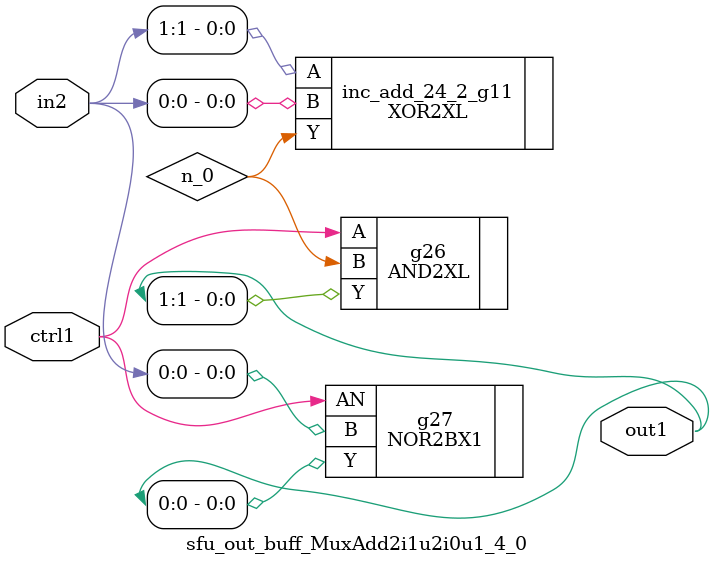
<source format=v>
`timescale 1ps / 1ps


module sfu_out_buff_MuxAdd2i1u2i0u1_4_0(in2, ctrl1, out1);
  input [1:0] in2;
  input ctrl1;
  output [1:0] out1;
  wire [1:0] in2;
  wire ctrl1;
  wire [1:0] out1;
  wire n_0;
  AND2XL g26(.A (ctrl1), .B (n_0), .Y (out1[1]));
  NOR2BX1 g27(.AN (ctrl1), .B (in2[0]), .Y (out1[0]));
  XOR2XL inc_add_24_2_g11(.A (in2[1]), .B (in2[0]), .Y (n_0));
endmodule



</source>
